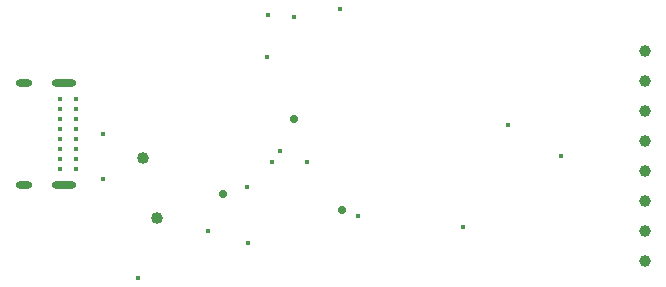
<source format=gbr>
%TF.GenerationSoftware,KiCad,Pcbnew,6.0.2+dfsg-1*%
%TF.CreationDate,2024-09-23T07:34:09+01:00*%
%TF.ProjectId,Circuit,43697263-7569-4742-9e6b-696361645f70,rev?*%
%TF.SameCoordinates,Original*%
%TF.FileFunction,Plated,1,2,PTH,Mixed*%
%TF.FilePolarity,Positive*%
%FSLAX46Y46*%
G04 Gerber Fmt 4.6, Leading zero omitted, Abs format (unit mm)*
G04 Created by KiCad (PCBNEW 6.0.2+dfsg-1) date 2024-09-23 07:34:09*
%MOMM*%
%LPD*%
G01*
G04 APERTURE LIST*
%TA.AperFunction,ViaDrill*%
%ADD10C,0.400000*%
%TD*%
%TA.AperFunction,ComponentDrill*%
%ADD11C,0.400000*%
%TD*%
G04 aperture for slot hole*
%TA.AperFunction,ComponentDrill*%
%ADD12O,1.400000X0.600000*%
%TD*%
G04 aperture for slot hole*
%TA.AperFunction,ComponentDrill*%
%ADD13O,2.100000X0.600000*%
%TD*%
%TA.AperFunction,ViaDrill*%
%ADD14C,0.700000*%
%TD*%
%TA.AperFunction,ComponentDrill*%
%ADD15C,1.000000*%
%TD*%
%TA.AperFunction,ComponentDrill*%
%ADD16C,1.010000*%
%TD*%
G04 APERTURE END LIST*
D10*
X78740000Y-71120000D03*
X78740000Y-74930000D03*
X81661000Y-83312000D03*
X87630000Y-79375000D03*
X90894511Y-75654511D03*
X91000000Y-80400000D03*
X92583000Y-64643000D03*
X92710000Y-61087000D03*
X93001948Y-73545554D03*
X93726578Y-72593957D03*
X94869000Y-61214000D03*
X95999446Y-73545554D03*
X98806000Y-60579000D03*
X100330000Y-78105000D03*
X109220000Y-79045000D03*
X113030000Y-70395500D03*
X117475000Y-73025000D03*
D11*
%TO.C,P1*%
X75065000Y-68145000D03*
X75065000Y-68995000D03*
X75065000Y-69845000D03*
X75065000Y-70695000D03*
X75065000Y-71545000D03*
X75065000Y-72395000D03*
X75065000Y-73245000D03*
X75065000Y-74095000D03*
X76415000Y-68145000D03*
X76415000Y-68995000D03*
X76415000Y-69845000D03*
X76415000Y-70695000D03*
X76415000Y-71545000D03*
X76415000Y-72395000D03*
X76415000Y-73245000D03*
X76415000Y-74095000D03*
D12*
X72055000Y-66795000D03*
X72055000Y-75445000D03*
D13*
X75435000Y-66795000D03*
X75435000Y-75445000D03*
%TD*%
D14*
X88900000Y-76200000D03*
X94869000Y-69850000D03*
X98970569Y-77559431D03*
D15*
%TO.C,J1*%
X124587000Y-64135000D03*
X124587000Y-66675000D03*
X124587000Y-69215000D03*
X124587000Y-71755000D03*
X124587000Y-74295000D03*
X124587000Y-76835000D03*
X124587000Y-79375000D03*
X124587000Y-81915000D03*
D16*
%TO.C,F1*%
X82077000Y-73142000D03*
X83277000Y-78242000D03*
M02*

</source>
